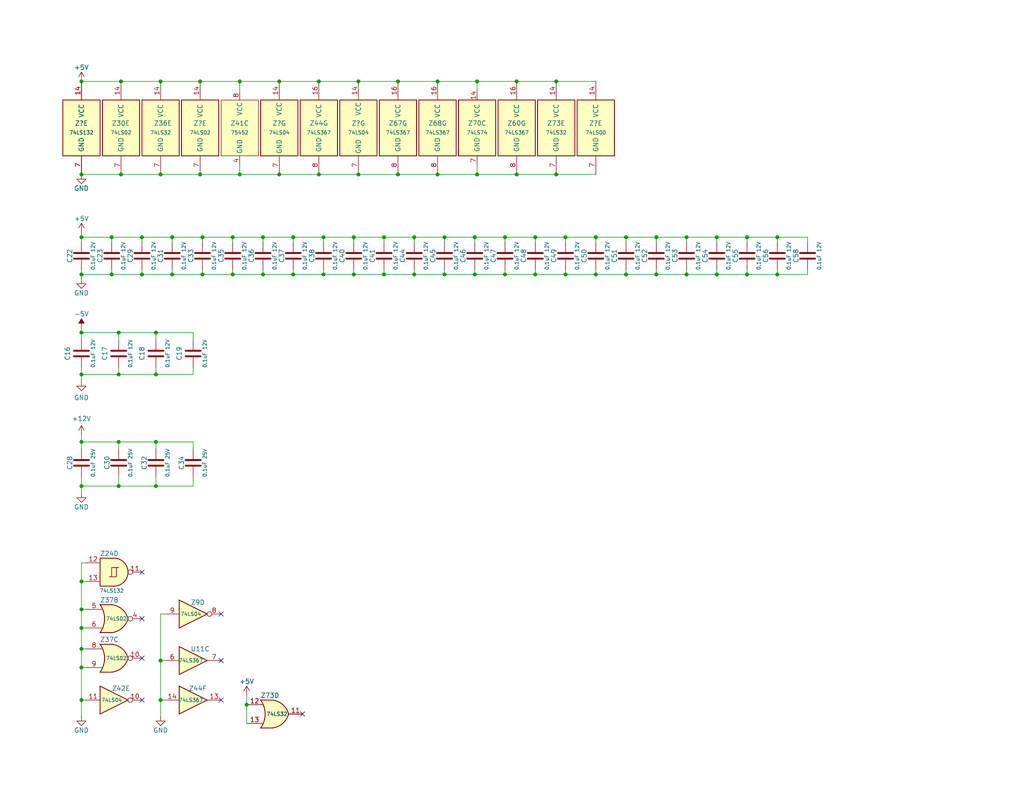
<source format=kicad_sch>
(kicad_sch (version 20230121) (generator eeschema)
  (paper "USLetter")
  (title_block (title "TRS-80 Model I G") (date "2023-10-24") (rev "E1B") (company "RetroStack - Marcel Erz") (comment 2 "Main Units, Capacitors, and unused units") (comment 4 "Capacitors & Others"))
  (lib_symbols
    (symbol "74xx:74LS00" (pin_names (offset 1.016))
      (property "Reference" "U" (at 0 1.27 0))
      (property "Value" "74LS00" (at 0 -1.27 0))
      (symbol "74LS00_1_1"
        (pin input line (at -7.62 2.54 0) (length 3.81) (name "~") (number "1"))
        (pin input line (at -7.62 -2.54 0) (length 3.81) (name "~") (number "2"))
        (pin output inverted (at 7.62 0 180) (length 3.81) (name "~") (number "3"))
      )
      (symbol "74LS00_1_2"
        (pin input inverted (at -7.62 2.54 0) (length 4.318) (name "~") (number "1"))
        (pin input inverted (at -7.62 -2.54 0) (length 4.318) (name "~") (number "2"))
        (pin output line (at 7.62 0 180) (length 3.81) (name "~") (number "3"))
      )
      (symbol "74LS00_2_1"
        (pin input line (at -7.62 2.54 0) (length 3.81) (name "~") (number "4"))
        (pin input line (at -7.62 -2.54 0) (length 3.81) (name "~") (number "5"))
        (pin output inverted (at 7.62 0 180) (length 3.81) (name "~") (number "6"))
      )
      (symbol "74LS00_2_2"
        (pin input inverted (at -7.62 2.54 0) (length 4.318) (name "~") (number "4"))
        (pin input inverted (at -7.62 -2.54 0) (length 4.318) (name "~") (number "5"))
        (pin output line (at 7.62 0 180) (length 3.81) (name "~") (number "6"))
      )
      (symbol "74LS00_3_1"
        (pin input line (at -7.62 -2.54 0) (length 3.81) (name "~") (number "10"))
        (pin output inverted (at 7.62 0 180) (length 3.81) (name "~") (number "8"))
        (pin input line (at -7.62 2.54 0) (length 3.81) (name "~") (number "9"))
      )
      (symbol "74LS00_3_2"
        (pin input inverted (at -7.62 -2.54 0) (length 4.318) (name "~") (number "10"))
        (pin output line (at 7.62 0 180) (length 3.81) (name "~") (number "8"))
        (pin input inverted (at -7.62 2.54 0) (length 4.318) (name "~") (number "9"))
      )
      (symbol "74LS00_4_1"
        (pin output inverted (at 7.62 0 180) (length 3.81) (name "~") (number "11"))
        (pin input line (at -7.62 2.54 0) (length 3.81) (name "~") (number "12"))
        (pin input line (at -7.62 -2.54 0) (length 3.81) (name "~") (number "13"))
      )
      (symbol "74LS00_4_2"
        (pin output line (at 7.62 0 180) (length 3.81) (name "~") (number "11"))
        (pin input inverted (at -7.62 2.54 0) (length 4.318) (name "~") (number "12"))
        (pin input inverted (at -7.62 -2.54 0) (length 4.318) (name "~") (number "13"))
      )
      (symbol "74LS00_5_0"
        (pin power_in line (at 0 12.7 270) (length 5.08) (name "VCC") (number "14"))
        (pin power_in line (at 0 -12.7 90) (length 5.08) (name "GND") (number "7"))
      )
    )
    (symbol "74xx:74LS02" (pin_names (offset 1.016))
      (property "Reference" "U" (at 0 1.27 0))
      (property "Value" "74LS02" (at 0 -1.27 0))
      (symbol "74LS02_1_1"
        (pin output inverted (at 7.62 0 180) (length 3.81) (name "~") (number "1"))
        (pin input line (at -7.62 2.54 0) (length 4.318) (name "~") (number "2"))
        (pin input line (at -7.62 -2.54 0) (length 4.318) (name "~") (number "3"))
      )
      (symbol "74LS02_1_2"
        (pin output line (at 7.62 0 180) (length 3.81) (name "~") (number "1"))
        (pin input inverted (at -7.62 2.54 0) (length 3.81) (name "~") (number "2"))
        (pin input inverted (at -7.62 -2.54 0) (length 3.81) (name "~") (number "3"))
      )
      (symbol "74LS02_2_1"
        (pin output inverted (at 7.62 0 180) (length 3.81) (name "~") (number "4"))
        (pin input line (at -7.62 2.54 0) (length 4.318) (name "~") (number "5"))
        (pin input line (at -7.62 -2.54 0) (length 4.318) (name "~") (number "6"))
      )
      (symbol "74LS02_2_2"
        (pin output line (at 7.62 0 180) (length 3.81) (name "~") (number "4"))
        (pin input inverted (at -7.62 2.54 0) (length 3.81) (name "~") (number "5"))
        (pin input inverted (at -7.62 -2.54 0) (length 3.81) (name "~") (number "6"))
      )
      (symbol "74LS02_3_1"
        (pin output inverted (at 7.62 0 180) (length 3.81) (name "~") (number "10"))
        (pin input line (at -7.62 2.54 0) (length 4.318) (name "~") (number "8"))
        (pin input line (at -7.62 -2.54 0) (length 4.318) (name "~") (number "9"))
      )
      (symbol "74LS02_3_2"
        (pin output line (at 7.62 0 180) (length 3.81) (name "~") (number "10"))
        (pin input inverted (at -7.62 2.54 0) (length 3.81) (name "~") (number "8"))
        (pin input inverted (at -7.62 -2.54 0) (length 3.81) (name "~") (number "9"))
      )
      (symbol "74LS02_4_1"
        (pin input line (at -7.62 2.54 0) (length 4.318) (name "~") (number "11"))
        (pin input line (at -7.62 -2.54 0) (length 4.318) (name "~") (number "12"))
        (pin output inverted (at 7.62 0 180) (length 3.81) (name "~") (number "13"))
      )
      (symbol "74LS02_4_2"
        (pin input inverted (at -7.62 2.54 0) (length 3.81) (name "~") (number "11"))
        (pin input inverted (at -7.62 -2.54 0) (length 3.81) (name "~") (number "12"))
        (pin output line (at 7.62 0 180) (length 3.81) (name "~") (number "13"))
      )
      (symbol "74LS02_5_0"
        (pin power_in line (at 0 12.7 270) (length 5.08) (name "VCC") (number "14"))
        (pin power_in line (at 0 -12.7 90) (length 5.08) (name "GND") (number "7"))
      )
    )
    (symbol "74xx:74LS04"
      (property "Reference" "U" (at 0 1.27 0))
      (property "Value" "74LS04" (at 0 -1.27 0))
      (symbol "74LS04_1_0"
        (pin input line (at -7.62 0 0) (length 3.81) (name "~") (number "1"))
        (pin output inverted (at 7.62 0 180) (length 3.81) (name "~") (number "2"))
      )
      (symbol "74LS04_2_0"
        (pin input line (at -7.62 0 0) (length 3.81) (name "~") (number "3"))
        (pin output inverted (at 7.62 0 180) (length 3.81) (name "~") (number "4"))
      )
      (symbol "74LS04_3_0"
        (pin input line (at -7.62 0 0) (length 3.81) (name "~") (number "5"))
        (pin output inverted (at 7.62 0 180) (length 3.81) (name "~") (number "6"))
      )
      (symbol "74LS04_4_0"
        (pin output inverted (at 7.62 0 180) (length 3.81) (name "~") (number "8"))
        (pin input line (at -7.62 0 0) (length 3.81) (name "~") (number "9"))
      )
      (symbol "74LS04_5_0"
        (pin output inverted (at 7.62 0 180) (length 3.81) (name "~") (number "10"))
        (pin input line (at -7.62 0 0) (length 3.81) (name "~") (number "11"))
      )
      (symbol "74LS04_6_0"
        (pin output inverted (at 7.62 0 180) (length 3.81) (name "~") (number "12"))
        (pin input line (at -7.62 0 0) (length 3.81) (name "~") (number "13"))
      )
      (symbol "74LS04_7_0"
        (pin power_in line (at 0 12.7 270) (length 5.08) (name "VCC") (number "14"))
        (pin power_in line (at 0 -12.7 90) (length 5.08) (name "GND") (number "7"))
      )
    )
    (symbol "74xx:74LS132" (pin_names (offset 1.016))
      (property "Reference" "U" (at 0 1.27 0))
      (property "Value" "74LS132" (at 0 -1.27 0))
      (symbol "74LS132_1_1"
        (pin input line (at -7.62 2.54 0) (length 3.81) (name "~") (number "1"))
        (pin input line (at -7.62 -2.54 0) (length 3.81) (name "~") (number "2"))
        (pin output inverted (at 7.62 0 180) (length 3.81) (name "~") (number "3"))
      )
      (symbol "74LS132_1_2"
        (pin input inverted (at -7.62 2.54 0) (length 4.318) (name "~") (number "1"))
        (pin input inverted (at -7.62 -2.54 0) (length 4.318) (name "~") (number "2"))
        (pin output line (at 7.62 0 180) (length 3.81) (name "~") (number "3"))
      )
      (symbol "74LS132_2_1"
        (pin input line (at -7.62 2.54 0) (length 3.81) (name "~") (number "4"))
        (pin input line (at -7.62 -2.54 0) (length 3.81) (name "~") (number "5"))
        (pin output inverted (at 7.62 0 180) (length 3.81) (name "~") (number "6"))
      )
      (symbol "74LS132_2_2"
        (pin input inverted (at -7.62 2.54 0) (length 4.318) (name "~") (number "4"))
        (pin input inverted (at -7.62 -2.54 0) (length 4.318) (name "~") (number "5"))
        (pin output line (at 7.62 0 180) (length 3.81) (name "~") (number "6"))
      )
      (symbol "74LS132_3_1"
        (pin input line (at -7.62 -2.54 0) (length 3.81) (name "~") (number "10"))
        (pin output inverted (at 7.62 0 180) (length 3.81) (name "~") (number "8"))
        (pin input line (at -7.62 2.54 0) (length 3.81) (name "~") (number "9"))
      )
      (symbol "74LS132_3_2"
        (pin input inverted (at -7.62 -2.54 0) (length 4.318) (name "~") (number "10"))
        (pin output line (at 7.62 0 180) (length 3.81) (name "~") (number "8"))
        (pin input inverted (at -7.62 2.54 0) (length 4.318) (name "~") (number "9"))
      )
      (symbol "74LS132_4_1"
        (pin output inverted (at 7.62 0 180) (length 3.81) (name "~") (number "11"))
        (pin input line (at -7.62 2.54 0) (length 3.81) (name "~") (number "12"))
        (pin input line (at -7.62 -2.54 0) (length 3.81) (name "~") (number "13"))
      )
      (symbol "74LS132_4_2"
        (pin output line (at 7.62 0 180) (length 3.81) (name "~") (number "11"))
        (pin input inverted (at -7.62 2.54 0) (length 4.318) (name "~") (number "12"))
        (pin input inverted (at -7.62 -2.54 0) (length 4.318) (name "~") (number "13"))
      )
      (symbol "74LS132_5_0"
        (pin power_in line (at 0 12.7 270) (length 5.08) (name "VCC") (number "14"))
        (pin power_in line (at 0 -12.7 90) (length 5.08) (name "GND") (number "7"))
      )
    )
    (symbol "74xx:74LS32" (pin_names (offset 1.016))
      (property "Reference" "U" (at 0 1.27 0))
      (property "Value" "74LS32" (at 0 -1.27 0))
      (symbol "74LS32_1_1"
        (pin input line (at -7.62 2.54 0) (length 4.318) (name "~") (number "1"))
        (pin input line (at -7.62 -2.54 0) (length 4.318) (name "~") (number "2"))
        (pin output line (at 7.62 0 180) (length 3.81) (name "~") (number "3"))
      )
      (symbol "74LS32_1_2"
        (pin input inverted (at -7.62 2.54 0) (length 3.81) (name "~") (number "1"))
        (pin input inverted (at -7.62 -2.54 0) (length 3.81) (name "~") (number "2"))
        (pin output inverted (at 7.62 0 180) (length 3.81) (name "~") (number "3"))
      )
      (symbol "74LS32_2_1"
        (pin input line (at -7.62 2.54 0) (length 4.318) (name "~") (number "4"))
        (pin input line (at -7.62 -2.54 0) (length 4.318) (name "~") (number "5"))
        (pin output line (at 7.62 0 180) (length 3.81) (name "~") (number "6"))
      )
      (symbol "74LS32_2_2"
        (pin input inverted (at -7.62 2.54 0) (length 3.81) (name "~") (number "4"))
        (pin input inverted (at -7.62 -2.54 0) (length 3.81) (name "~") (number "5"))
        (pin output inverted (at 7.62 0 180) (length 3.81) (name "~") (number "6"))
      )
      (symbol "74LS32_3_1"
        (pin input line (at -7.62 -2.54 0) (length 4.318) (name "~") (number "10"))
        (pin output line (at 7.62 0 180) (length 3.81) (name "~") (number "8"))
        (pin input line (at -7.62 2.54 0) (length 4.318) (name "~") (number "9"))
      )
      (symbol "74LS32_3_2"
        (pin input inverted (at -7.62 -2.54 0) (length 3.81) (name "~") (number "10"))
        (pin output inverted (at 7.62 0 180) (length 3.81) (name "~") (number "8"))
        (pin input inverted (at -7.62 2.54 0) (length 3.81) (name "~") (number "9"))
      )
      (symbol "74LS32_4_1"
        (pin output line (at 7.62 0 180) (length 3.81) (name "~") (number "11"))
        (pin input line (at -7.62 2.54 0) (length 4.318) (name "~") (number "12"))
        (pin input line (at -7.62 -2.54 0) (length 4.318) (name "~") (number "13"))
      )
      (symbol "74LS32_4_2"
        (pin output inverted (at 7.62 0 180) (length 3.81) (name "~") (number "11"))
        (pin input inverted (at -7.62 2.54 0) (length 3.81) (name "~") (number "12"))
        (pin input inverted (at -7.62 -2.54 0) (length 3.81) (name "~") (number "13"))
      )
      (symbol "74LS32_5_0"
        (pin power_in line (at 0 12.7 270) (length 5.08) (name "VCC") (number "14"))
        (pin power_in line (at 0 -12.7 90) (length 5.08) (name "GND") (number "7"))
      )
    )
    (symbol "74xx:74LS74" (pin_names (offset 1.016))
      (property "Reference" "U" (at -7.62 8.89 0))
      (property "Value" "74LS74" (at -7.62 -8.89 0))
      (symbol "74LS74_1_0"
        (pin input line (at 0 -7.62 90) (length 2.54) (name "~{R}") (number "1"))
        (pin input line (at -7.62 2.54 0) (length 2.54) (name "D") (number "2"))
        (pin input clock (at -7.62 0 0) (length 2.54) (name "C") (number "3"))
        (pin input line (at 0 7.62 270) (length 2.54) (name "~{S}") (number "4"))
        (pin output line (at 7.62 2.54 180) (length 2.54) (name "Q") (number "5"))
        (pin output line (at 7.62 -2.54 180) (length 2.54) (name "~{Q}") (number "6"))
      )
      (symbol "74LS74_2_0"
        (pin input line (at 0 7.62 270) (length 2.54) (name "~{S}") (number "10"))
        (pin input clock (at -7.62 0 0) (length 2.54) (name "C") (number "11"))
        (pin input line (at -7.62 2.54 0) (length 2.54) (name "D") (number "12"))
        (pin input line (at 0 -7.62 90) (length 2.54) (name "~{R}") (number "13"))
        (pin output line (at 7.62 -2.54 180) (length 2.54) (name "~{Q}") (number "8"))
        (pin output line (at 7.62 2.54 180) (length 2.54) (name "Q") (number "9"))
      )
      (symbol "74LS74_3_0"
        (pin power_in line (at 0 10.16 270) (length 2.54) (name "VCC") (number "14"))
        (pin power_in line (at 0 -10.16 90) (length 2.54) (name "GND") (number "7"))
      )
    )
    (symbol "Device:C" (pin_numbers hide) (pin_names (offset 0.254))
      (property "Reference" "C" (at 0.635 2.54 0))
      (property "Value" "C" (at 0.635 -2.54 0))
      (symbol "C_1_1"
        (pin passive line (at 0 3.81 270) (length 2.794) (name "~") (number "1"))
        (pin passive line (at 0 -3.81 90) (length 2.794) (name "~") (number "2"))
      )
    )
    (symbol "RetroStackLibrary:74LS367_Split" (pin_names (offset 1.016))
      (property "Reference" "U" (at 0 1.27 0))
      (property "Value" "74LS367" (at 0 -1.27 0))
      (symbol "74LS367_Split_1_0"
        (pin input inverted (at 0 6.35 270) (length 4.445) (name "~") (number "1"))
        (pin input line (at -7.62 0 0) (length 3.81) (name "~") (number "2"))
        (pin tri_state line (at 7.62 0 180) (length 3.81) (name "~") (number "3"))
      )
      (symbol "74LS367_Split_2_0"
        (pin input line (at -7.62 0 0) (length 3.81) (name "~") (number "4"))
        (pin tri_state line (at 7.62 0 180) (length 3.81) (name "~") (number "5"))
      )
      (symbol "74LS367_Split_3_0"
        (pin input line (at -7.62 0 0) (length 3.81) (name "~") (number "6"))
        (pin tri_state line (at 7.62 0 180) (length 3.81) (name "~") (number "7"))
      )
      (symbol "74LS367_Split_4_0"
        (pin input line (at -7.62 0 0) (length 3.81) (name "~") (number "10"))
        (pin tri_state line (at 7.62 0 180) (length 3.81) (name "~") (number "9"))
      )
      (symbol "74LS367_Split_5_0"
        (pin tri_state line (at 8.255 -6.35 180) (length 3.81) (name "~") (number "11"))
        (pin input line (at -6.985 -6.35 0) (length 3.81) (name "~") (number "12"))
        (pin input inverted (at 0.635 0 270) (length 4.445) (name "~") (number "15"))
      )
      (symbol "74LS367_Split_6_0"
        (pin tri_state line (at 7.62 0 180) (length 3.81) (name "~") (number "13"))
        (pin input line (at -7.62 0 0) (length 3.81) (name "~") (number "14"))
      )
      (symbol "74LS367_Split_7_0"
        (pin power_in line (at 0 1.905 270) (length 5.08) (name "VCC") (number "16"))
        (pin power_in line (at 0 -23.495 90) (length 5.08) (name "GND") (number "8"))
      )
    )
    (symbol "RetroStackLibrary:75452"
      (property "Reference" "U" (at 0 0 0))
      (property "Value" "75452" (at 0 -2.54 0))
      (symbol "75452_1_1"
        (pin input line (at -9.525 -5.08 0) (length 2.54) (name "1A") (number "1"))
        (pin input line (at -9.525 -7.62 0) (length 2.54) (name "1B") (number "2"))
        (pin passive line (at 5.08 1.27 270) (length 2.54) (name "1Y") (number "3"))
      )
      (symbol "75452_2_1"
        (pin passive line (at 5.08 1.27 270) (length 2.54) (name "2Y") (number "5"))
        (pin input line (at -9.525 -5.08 0) (length 2.54) (name "2A") (number "6"))
        (pin input line (at -9.525 -7.62 0) (length 2.54) (name "2B") (number "7"))
      )
      (symbol "75452_3_1"
        (pin passive line (at -1.905 -19.05 90) (length 2.54) (name "GND") (number "4"))
        (pin passive line (at -1.905 1.27 270) (length 2.54) (name "VCC") (number "8"))
      )
    )
    (symbol "power:+12V" (power) (pin_names (offset 0))
      (property "Value" "+12V" (at 0 3.556 0))
      (symbol "+12V_1_1"
        (pin power_in line (at 0 0 90) (length 0) hide (name "+12V") (number "1"))
      )
    )
    (symbol "power:+5V" (power) (pin_names (offset 0))
      (property "Value" "+5V" (at 0 3.556 0))
      (symbol "+5V_1_1"
        (pin power_in line (at 0 0 90) (length 0) hide (name "+5V") (number "1"))
      )
    )
    (symbol "power:-5V" (power) (pin_names (offset 0))
      (property "Value" "-5V" (at 0 3.81 0))
      (symbol "-5V_0_0"
        (pin power_in line (at 0 0 90) (length 0) hide (name "-5V") (number "1"))
      )
    )
    (symbol "power:GND" (power) (pin_names (offset 0))
      (property "Value" "GND" (at 0 -3.81 0))
      (symbol "GND_1_1"
        (pin power_in line (at 0 0 270) (length 0) hide (name "GND") (number "1"))
      )
    )
  )
  (junction (at 212.09 74.93))
  (junction (at 113.03 64.77))
  (junction (at 151.765 22.225))
  (junction (at 63.5 74.93))
  (junction (at 137.795 74.93))
  (junction (at 43.815 22.225))
  (junction (at 179.07 74.93))
  (junction (at 140.97 47.625))
  (junction (at 212.09 64.77))
  (junction (at 63.5 64.77))
  (junction (at 42.545 132.715))
  (junction (at 179.07 64.77))
  (junction (at 46.99 64.77))
  (junction (at 88.265 74.93))
  (junction (at 113.03 74.93))
  (junction (at 129.54 74.93))
  (junction (at 30.48 74.93))
  (junction (at 71.755 64.77))
  (junction (at 22.225 182.245))
  (junction (at 108.585 22.225))
  (junction (at 96.52 74.93))
  (junction (at 146.05 64.77))
  (junction (at 22.225 102.235))
  (junction (at 43.815 180.34))
  (junction (at 108.585 47.625))
  (junction (at 170.815 64.77))
  (junction (at 170.815 74.93))
  (junction (at 43.815 47.625))
  (junction (at 54.61 47.625))
  (junction (at 154.305 74.93))
  (junction (at 195.58 64.77))
  (junction (at 162.56 74.93))
  (junction (at 22.225 171.45))
  (junction (at 86.995 22.225))
  (junction (at 96.52 64.77))
  (junction (at 162.56 64.77))
  (junction (at 22.225 120.65))
  (junction (at 42.545 102.235))
  (junction (at 32.385 90.805))
  (junction (at 151.765 47.625))
  (junction (at 42.545 120.65))
  (junction (at 104.775 74.93))
  (junction (at 76.2 47.625))
  (junction (at 30.48 64.77))
  (junction (at 43.815 191.135))
  (junction (at 46.99 74.93))
  (junction (at 129.54 64.77))
  (junction (at 22.225 177.165))
  (junction (at 97.79 47.625))
  (junction (at 65.405 47.625))
  (junction (at 121.285 64.77))
  (junction (at 32.385 132.715))
  (junction (at 22.225 166.37))
  (junction (at 97.79 22.225))
  (junction (at 130.175 22.225))
  (junction (at 154.305 64.77))
  (junction (at 54.61 22.225))
  (junction (at 22.225 74.93))
  (junction (at 33.02 22.225))
  (junction (at 65.405 22.225))
  (junction (at 67.31 192.405))
  (junction (at 38.735 64.77))
  (junction (at 38.735 74.93))
  (junction (at 121.285 74.93))
  (junction (at 187.325 74.93))
  (junction (at 22.225 132.715))
  (junction (at 203.835 74.93))
  (junction (at 55.245 74.93))
  (junction (at 119.38 47.625))
  (junction (at 195.58 74.93))
  (junction (at 33.02 47.625))
  (junction (at 130.175 47.625))
  (junction (at 32.385 102.235))
  (junction (at 42.545 90.805))
  (junction (at 187.325 64.77))
  (junction (at 146.05 74.93))
  (junction (at 76.2 22.225))
  (junction (at 104.775 64.77))
  (junction (at 119.38 22.225))
  (junction (at 22.225 90.805))
  (junction (at 22.225 64.77))
  (junction (at 203.835 64.77))
  (junction (at 71.755 74.93))
  (junction (at 32.385 120.65))
  (junction (at 137.795 64.77))
  (junction (at 22.225 158.75))
  (junction (at 22.225 22.225))
  (junction (at 140.97 22.225))
  (junction (at 80.01 74.93))
  (junction (at 22.225 47.625))
  (junction (at 86.995 47.625))
  (junction (at 88.265 64.77))
  (junction (at 80.01 64.77))
  (junction (at 22.225 191.135))
  (junction (at 55.245 64.77))
  (no_connect (at 38.735 191.135))
  (no_connect (at 38.735 156.21))
  (no_connect (at 60.325 180.34))
  (no_connect (at 82.55 194.945))
  (no_connect (at 60.325 167.64))
  (no_connect (at 38.735 179.705))
  (no_connect (at 60.325 191.135))
  (no_connect (at 38.735 168.91))
  (wire (pts (xy 154.305 74.93) (xy 162.56 74.93)))
  (wire (pts (xy 154.305 64.77) (xy 154.305 66.04)))
  (wire (pts (xy 32.385 92.71) (xy 32.385 90.805)))
  (wire (pts (xy 119.38 47.625) (xy 130.175 47.625)))
  (wire (pts (xy 137.795 74.93) (xy 137.795 73.66)))
  (wire (pts (xy 22.225 76.2) (xy 22.225 74.93)))
  (wire (pts (xy 130.175 24.765) (xy 130.175 22.225)))
  (wire (pts (xy 67.31 189.865) (xy 67.31 192.405)))
  (wire (pts (xy 22.225 120.65) (xy 22.225 122.555)))
  (wire (pts (xy 43.815 180.34) (xy 45.085 180.34)))
  (wire (pts (xy 179.07 74.93) (xy 187.325 74.93)))
  (wire (pts (xy 71.755 74.93) (xy 80.01 74.93)))
  (wire (pts (xy 30.48 74.93) (xy 30.48 73.66)))
  (wire (pts (xy 55.245 64.77) (xy 63.5 64.77)))
  (wire (pts (xy 67.31 192.405) (xy 67.31 197.485)))
  (wire (pts (xy 65.405 22.225) (xy 54.61 22.225)))
  (wire (pts (xy 88.265 64.77) (xy 96.52 64.77)))
  (wire (pts (xy 86.995 47.625) (xy 97.79 47.625)))
  (wire (pts (xy 195.58 74.93) (xy 195.58 73.66)))
  (wire (pts (xy 43.815 47.625) (xy 54.61 47.625)))
  (wire (pts (xy 203.835 64.77) (xy 203.835 66.04)))
  (wire (pts (xy 104.775 74.93) (xy 104.775 73.66)))
  (wire (pts (xy 113.03 64.77) (xy 121.285 64.77)))
  (wire (pts (xy 55.245 74.93) (xy 55.245 73.66)))
  (wire (pts (xy 96.52 64.77) (xy 104.775 64.77)))
  (wire (pts (xy 151.765 22.225) (xy 162.56 22.225)))
  (wire (pts (xy 220.345 74.93) (xy 212.09 74.93)))
  (wire (pts (xy 42.545 120.65) (xy 42.545 122.555)))
  (wire (pts (xy 195.58 64.77) (xy 203.835 64.77)))
  (wire (pts (xy 146.05 74.93) (xy 146.05 73.66)))
  (wire (pts (xy 137.795 74.93) (xy 146.05 74.93)))
  (wire (pts (xy 38.735 74.93) (xy 46.99 74.93)))
  (wire (pts (xy 76.2 22.225) (xy 86.995 22.225)))
  (wire (pts (xy 22.225 118.745) (xy 22.225 120.65)))
  (wire (pts (xy 146.05 64.77) (xy 146.05 66.04)))
  (wire (pts (xy 32.385 120.65) (xy 22.225 120.65)))
  (wire (pts (xy 80.01 64.77) (xy 88.265 64.77)))
  (wire (pts (xy 46.99 64.77) (xy 46.99 66.04)))
  (wire (pts (xy 30.48 74.93) (xy 38.735 74.93)))
  (wire (pts (xy 113.03 64.77) (xy 113.03 66.04)))
  (wire (pts (xy 52.705 130.175) (xy 52.705 132.715)))
  (wire (pts (xy 43.815 22.225) (xy 54.61 22.225)))
  (wire (pts (xy 38.735 74.93) (xy 38.735 73.66)))
  (wire (pts (xy 42.545 100.33) (xy 42.545 102.235)))
  (wire (pts (xy 43.815 191.135) (xy 45.085 191.135)))
  (wire (pts (xy 119.38 22.225) (xy 130.175 22.225)))
  (wire (pts (xy 65.405 24.765) (xy 65.405 22.225)))
  (wire (pts (xy 170.815 74.93) (xy 170.815 73.66)))
  (wire (pts (xy 113.03 74.93) (xy 121.285 74.93)))
  (wire (pts (xy 32.385 130.175) (xy 32.385 132.715)))
  (wire (pts (xy 33.02 47.625) (xy 43.815 47.625)))
  (wire (pts (xy 179.07 64.77) (xy 187.325 64.77)))
  (wire (pts (xy 220.345 73.66) (xy 220.345 74.93)))
  (wire (pts (xy 108.585 47.625) (xy 119.38 47.625)))
  (wire (pts (xy 32.385 102.235) (xy 22.225 102.235)))
  (wire (pts (xy 65.405 22.225) (xy 76.2 22.225)))
  (wire (pts (xy 42.545 92.71) (xy 42.545 90.805)))
  (wire (pts (xy 22.225 158.75) (xy 23.495 158.75)))
  (wire (pts (xy 23.495 191.135) (xy 22.225 191.135)))
  (wire (pts (xy 63.5 74.93) (xy 63.5 73.66)))
  (wire (pts (xy 203.835 64.77) (xy 212.09 64.77)))
  (wire (pts (xy 137.795 64.77) (xy 146.05 64.77)))
  (wire (pts (xy 42.545 102.235) (xy 32.385 102.235)))
  (wire (pts (xy 23.495 153.67) (xy 22.225 153.67)))
  (wire (pts (xy 121.285 74.93) (xy 129.54 74.93)))
  (wire (pts (xy 121.285 64.77) (xy 121.285 66.04)))
  (wire (pts (xy 33.02 22.225) (xy 43.815 22.225)))
  (wire (pts (xy 146.05 74.93) (xy 154.305 74.93)))
  (wire (pts (xy 52.705 132.715) (xy 42.545 132.715)))
  (wire (pts (xy 203.835 74.93) (xy 203.835 73.66)))
  (wire (pts (xy 88.265 74.93) (xy 96.52 74.93)))
  (wire (pts (xy 22.225 177.165) (xy 23.495 177.165)))
  (wire (pts (xy 63.5 64.77) (xy 71.755 64.77)))
  (wire (pts (xy 52.705 92.71) (xy 52.705 90.805)))
  (wire (pts (xy 97.79 47.625) (xy 108.585 47.625)))
  (wire (pts (xy 80.01 74.93) (xy 88.265 74.93)))
  (wire (pts (xy 140.97 22.225) (xy 151.765 22.225)))
  (wire (pts (xy 195.58 74.93) (xy 203.835 74.93)))
  (wire (pts (xy 46.99 74.93) (xy 46.99 73.66)))
  (wire (pts (xy 121.285 74.93) (xy 121.285 73.66)))
  (wire (pts (xy 71.755 74.93) (xy 71.755 73.66)))
  (wire (pts (xy 130.175 22.225) (xy 140.97 22.225)))
  (wire (pts (xy 22.225 63.5) (xy 22.225 64.77)))
  (wire (pts (xy 170.815 64.77) (xy 170.815 66.04)))
  (wire (pts (xy 80.01 64.77) (xy 80.01 66.04)))
  (wire (pts (xy 22.225 191.135) (xy 22.225 195.58)))
  (wire (pts (xy 212.09 64.77) (xy 212.09 66.04)))
  (wire (pts (xy 146.05 64.77) (xy 154.305 64.77)))
  (wire (pts (xy 220.345 64.77) (xy 212.09 64.77)))
  (wire (pts (xy 187.325 74.93) (xy 195.58 74.93)))
  (wire (pts (xy 22.225 90.805) (xy 22.225 92.71)))
  (wire (pts (xy 42.545 132.715) (xy 32.385 132.715)))
  (wire (pts (xy 195.58 64.77) (xy 195.58 66.04)))
  (wire (pts (xy 104.775 74.93) (xy 113.03 74.93)))
  (wire (pts (xy 86.995 22.225) (xy 97.79 22.225)))
  (wire (pts (xy 22.225 64.77) (xy 30.48 64.77)))
  (wire (pts (xy 76.2 47.625) (xy 86.995 47.625)))
  (wire (pts (xy 162.56 74.93) (xy 170.815 74.93)))
  (wire (pts (xy 179.07 64.77) (xy 179.07 66.04)))
  (wire (pts (xy 151.765 47.625) (xy 162.56 47.625)))
  (wire (pts (xy 187.325 74.93) (xy 187.325 73.66)))
  (wire (pts (xy 71.755 64.77) (xy 80.01 64.77)))
  (wire (pts (xy 43.815 167.64) (xy 43.815 180.34)))
  (wire (pts (xy 32.385 132.715) (xy 22.225 132.715)))
  (wire (pts (xy 22.225 177.165) (xy 22.225 182.245)))
  (wire (pts (xy 22.225 22.225) (xy 33.02 22.225)))
  (wire (pts (xy 203.835 74.93) (xy 212.09 74.93)))
  (wire (pts (xy 22.225 64.77) (xy 22.225 66.04)))
  (wire (pts (xy 129.54 64.77) (xy 129.54 66.04)))
  (wire (pts (xy 42.545 90.805) (xy 32.385 90.805)))
  (wire (pts (xy 65.405 45.085) (xy 65.405 47.625)))
  (wire (pts (xy 129.54 74.93) (xy 137.795 74.93)))
  (wire (pts (xy 22.225 74.93) (xy 22.225 73.66)))
  (wire (pts (xy 43.815 180.34) (xy 43.815 191.135)))
  (wire (pts (xy 22.225 102.235) (xy 22.225 104.14)))
  (wire (pts (xy 121.285 64.77) (xy 129.54 64.77)))
  (wire (pts (xy 22.225 182.245) (xy 23.495 182.245)))
  (wire (pts (xy 43.815 191.135) (xy 43.815 195.58)))
  (wire (pts (xy 46.99 74.93) (xy 55.245 74.93)))
  (wire (pts (xy 22.225 153.67) (xy 22.225 158.75)))
  (wire (pts (xy 108.585 22.225) (xy 119.38 22.225)))
  (wire (pts (xy 32.385 90.805) (xy 22.225 90.805)))
  (wire (pts (xy 96.52 64.77) (xy 96.52 66.04)))
  (wire (pts (xy 63.5 74.93) (xy 71.755 74.93)))
  (wire (pts (xy 32.385 120.65) (xy 32.385 122.555)))
  (wire (pts (xy 22.225 166.37) (xy 22.225 171.45)))
  (wire (pts (xy 45.085 167.64) (xy 43.815 167.64)))
  (wire (pts (xy 162.56 64.77) (xy 170.815 64.77)))
  (wire (pts (xy 129.54 64.77) (xy 137.795 64.77)))
  (wire (pts (xy 104.775 64.77) (xy 104.775 66.04)))
  (wire (pts (xy 170.815 74.93) (xy 179.07 74.93)))
  (wire (pts (xy 52.705 120.65) (xy 42.545 120.65)))
  (wire (pts (xy 52.705 122.555) (xy 52.705 120.65)))
  (wire (pts (xy 170.815 64.77) (xy 179.07 64.77)))
  (wire (pts (xy 22.225 74.93) (xy 30.48 74.93)))
  (wire (pts (xy 38.735 64.77) (xy 46.99 64.77)))
  (wire (pts (xy 22.225 89.535) (xy 22.225 90.805)))
  (wire (pts (xy 154.305 64.77) (xy 162.56 64.77)))
  (wire (pts (xy 42.545 120.65) (xy 32.385 120.65)))
  (wire (pts (xy 65.405 47.625) (xy 76.2 47.625)))
  (wire (pts (xy 96.52 74.93) (xy 96.52 73.66)))
  (wire (pts (xy 30.48 64.77) (xy 38.735 64.77)))
  (wire (pts (xy 30.48 64.77) (xy 30.48 66.04)))
  (wire (pts (xy 71.755 64.77) (xy 71.755 66.04)))
  (wire (pts (xy 154.305 74.93) (xy 154.305 73.66)))
  (wire (pts (xy 96.52 74.93) (xy 104.775 74.93)))
  (wire (pts (xy 162.56 64.77) (xy 162.56 66.04)))
  (wire (pts (xy 88.265 74.93) (xy 88.265 73.66)))
  (wire (pts (xy 42.545 130.175) (xy 42.545 132.715)))
  (wire (pts (xy 140.97 47.625) (xy 151.765 47.625)))
  (wire (pts (xy 22.225 166.37) (xy 23.495 166.37)))
  (wire (pts (xy 22.225 100.33) (xy 22.225 102.235)))
  (wire (pts (xy 179.07 74.93) (xy 179.07 73.66)))
  (wire (pts (xy 104.775 64.77) (xy 113.03 64.77)))
  (wire (pts (xy 22.225 132.715) (xy 22.225 134.62)))
  (wire (pts (xy 52.705 102.235) (xy 42.545 102.235)))
  (wire (pts (xy 220.345 66.04) (xy 220.345 64.77)))
  (wire (pts (xy 187.325 64.77) (xy 195.58 64.77)))
  (wire (pts (xy 130.175 45.085) (xy 130.175 47.625)))
  (wire (pts (xy 22.225 47.625) (xy 33.02 47.625)))
  (wire (pts (xy 55.245 74.93) (xy 63.5 74.93)))
  (wire (pts (xy 38.735 64.77) (xy 38.735 66.04)))
  (wire (pts (xy 22.225 158.75) (xy 22.225 166.37)))
  (wire (pts (xy 22.225 171.45) (xy 22.225 177.165)))
  (wire (pts (xy 55.245 64.77) (xy 55.245 66.04)))
  (wire (pts (xy 22.225 130.175) (xy 22.225 132.715)))
  (wire (pts (xy 88.265 64.77) (xy 88.265 66.04)))
  (wire (pts (xy 46.99 64.77) (xy 55.245 64.77)))
  (wire (pts (xy 162.56 74.93) (xy 162.56 73.66)))
  (wire (pts (xy 130.175 47.625) (xy 140.97 47.625)))
  (wire (pts (xy 137.795 64.77) (xy 137.795 66.04)))
  (wire (pts (xy 63.5 64.77) (xy 63.5 66.04)))
  (wire (pts (xy 129.54 74.93) (xy 129.54 73.66)))
  (wire (pts (xy 212.09 74.93) (xy 212.09 73.66)))
  (wire (pts (xy 52.705 100.33) (xy 52.705 102.235)))
  (wire (pts (xy 113.03 74.93) (xy 113.03 73.66)))
  (wire (pts (xy 22.225 182.245) (xy 22.225 191.135)))
  (wire (pts (xy 97.79 22.225) (xy 108.585 22.225)))
  (wire (pts (xy 187.325 64.77) (xy 187.325 66.04)))
  (wire (pts (xy 52.705 90.805) (xy 42.545 90.805)))
  (wire (pts (xy 65.405 47.625) (xy 54.61 47.625)))
  (wire (pts (xy 22.225 171.45) (xy 23.495 171.45)))
  (wire (pts (xy 80.01 74.93) (xy 80.01 73.66)))
  (wire (pts (xy 32.385 100.33) (xy 32.385 102.235)))
  (symbol (lib_id "Device:C") (at 104.775 69.85 0) (unit 1)
    (property "Reference" "C41" (at 101.6 69.85 90))
    (property "Value" "0.1uF 12V" (at 107.95 69.85 90) (effects (font (size 1 1))))
    (property "Footprint" "RetroStackLibrary:TRS80_Model_I_C_Disc_9.5L_4W_6P_Small" (effects hide))
  )
  (symbol (lib_id "74xx:74LS04") (at 52.705 167.64 0) (unit 4)
    (property "Reference" "Z9" (at 53.975 164.465 0))
    (property "Value" "74LS04" (at 52.07 167.64 0) (effects (font (size 1 1))))
    (property "Footprint" "RetroStackLibrary:TRS80_Model_I_DIP14" (effects hide))
    (property "Datasheet" "http://www.ti.com/lit/gpn/sn74LS04" (effects hide))
    (instances (project "Replica" (path "" (reference "Z9") (unit 4))) (project "TRS80_Model_I_G_E1" (path "" (reference "Z15") (unit 4)) (path "" (reference "Z52") (unit 4))))
  )
  (symbol (lib_id "74xx:74LS02") (at 54.61 34.925 0) (unit 5)
    (property "Reference" "Z?" (at 54.61 33.655 0))
    (property "Value" "74LS02" (at 54.61 36.195 0) (effects (font (size 1 1))))
    (property "Footprint" "RetroStackLibrary:TRS80_Model_I_DIP14" (effects hide))
    (property "Datasheet" "http://www.ti.com/lit/gpn/sn74ls02" (effects hide))
    (instances (project "TRS80_Model_I_G_E1" (path "" (reference "Z?") (unit 5)) (path "" (reference "Z37") (unit 5))))
  )
  (symbol (lib_id "74xx:74LS04") (at 97.79 34.925 0) (unit 7)
    (property "Reference" "Z?" (at 97.79 33.655 0))
    (property "Value" "74LS04" (at 97.79 36.195 0) (effects (font (size 1 1))))
    (property "Footprint" "RetroStackLibrary:TRS80_Model_I_DIP14" (effects hide))
    (property "Datasheet" "http://www.ti.com/lit/gpn/sn74LS04" (effects hide))
    (instances (project "TRS80_Model_I_G_E1" (path "" (reference "Z?") (unit 7)) (path "" (reference "Z52") (unit 7))))
  )
  (symbol (lib_id "74xx:74LS00") (at 162.56 34.925 0) (unit 5)
    (property "Reference" "Z?" (at 162.56 33.655 0))
    (property "Value" "74LS00" (at 162.56 36.195 0) (effects (font (size 1 1))))
    (property "Footprint" "RetroStackLibrary:TRS80_Model_I_DIP14" (effects hide))
    (property "Datasheet" "http://www.ti.com/lit/gpn/sn74ls00" (effects hide))
    (instances (project "TRS80_Model_I_G_E1" (path "" (reference "Z?") (unit 5)) (path "" (reference "Z74") (unit 5))))
  )
  (symbol (lib_id "74xx:74LS04") (at 31.115 191.135 0) (unit 5)
    (property "Reference" "Z42" (at 33.02 187.96 0))
    (property "Value" "74LS04" (at 30.48 191.135 0) (effects (font (size 1 1))))
    (property "Footprint" "RetroStackLibrary:TRS80_Model_I_DIP14" (effects hide))
    (property "Datasheet" "http://www.ti.com/lit/gpn/sn74LS04" (effects hide))
    (instances (project "Replica" (path "" (reference "Z42") (unit 5))) (project "TRS80_Model_I_G_E1" (path "" (reference "Z3") (unit 5)) (path "" (reference "Z42") (unit 5))))
  )
  (symbol (lib_id "74xx:74LS02") (at 33.02 34.925 0) (unit 5)
    (property "Reference" "Z30" (at 30.48 33.655 0) (effects (justify left)))
    (property "Value" "74LS02" (at 33.02 36.195 0) (effects (font (size 1 1))))
    (property "Footprint" "RetroStackLibrary:TRS80_Model_I_DIP14" (effects hide))
    (property "Datasheet" "http://www.ti.com/lit/gpn/sn74ls02" (effects hide))
    (instances (project "Replica" (path "" (reference "Z30") (unit 5))) (project "TRS80_Model_I_G_E1" (path "" (reference "Z?") (unit 5)) (path "" (reference "Z30") (unit 5)) (path "" (reference "Z30") (unit 5)) (path "" (reference "Z30") (unit 5))))
  )
  (symbol (lib_id "Device:C") (at 187.325 69.85 0) (unit 1)
    (property "Reference" "C53" (at 184.15 69.85 90))
    (property "Value" "0.1uF 12V" (at 190.5 69.85 90) (effects (font (size 1 1))))
    (property "Footprint" "RetroStackLibrary:TRS80_Model_I_C_Disc_9.5L_4W_6P_Small" (effects hide))
  )
  (symbol (lib_id "Device:C") (at 52.705 96.52 0) (unit 1)
    (property "Reference" "C19" (at 48.895 96.52 90))
    (property "Value" "0.1uF 12V" (at 55.88 96.52 90) (effects (font (size 1 1))))
    (property "Footprint" "RetroStackLibrary:TRS80_Model_I_C_Disc_9.5L_4W_6P_Small" (effects hide))
  )
  (symbol (lib_id "Device:C") (at 220.345 69.85 0) (unit 1)
    (property "Reference" "C58" (at 217.17 69.85 90))
    (property "Value" "0.1uF 12V" (at 223.52 69.85 90) (effects (font (size 1 1))))
    (property "Footprint" "RetroStackLibrary:TRS80_Model_I_C_Disc_9.5L_4W_6P_Small" (effects hide))
  )
  (symbol (lib_id "power:GND") (at 22.225 47.625 0) (unit 1)
    (property "Reference" "#PWR014" (effects hide))
    (property "Value" "GND" (at 22.225 51.435 0))
    (instances (project "TRS80_Model_I_G_E1" (path "" (reference "#PWR014") (unit 1)) (path "" (reference "#PWR038") (unit 1))))
  )
  (symbol (lib_id "RetroStackLibrary:74LS367_Split") (at 119.38 24.13 0) (unit 7)
    (property "Reference" "Z68" (at 119.38 33.655 0))
    (property "Value" "74LS367" (at 119.38 36.195 0) (effects (font (size 1 1))))
    (property "Footprint" "RetroStackLibrary:TRS80_Model_I_DIP16" (effects hide))
    (property "Datasheet" "https://www.ti.com/lit/ds/symlink/sn74ls367a.pdf" (effects hide))
  )
  (symbol (lib_id "RetroStackLibrary:74LS367_Split") (at 108.585 24.13 0) (unit 7)
    (property "Reference" "Z67" (at 108.585 33.655 0))
    (property "Value" "74LS367" (at 108.585 36.195 0) (effects (font (size 1 1))))
    (property "Footprint" "RetroStackLibrary:TRS80_Model_I_DIP16" (effects hide))
    (property "Datasheet" "https://www.ti.com/lit/ds/symlink/sn74ls367a.pdf" (effects hide))
  )
  (symbol (lib_id "74xx:74LS132") (at 22.225 34.925 0) (unit 5)
    (property "Reference" "Z?" (at 22.225 33.655 0))
    (property "Value" "74LS132" (at 22.225 36.195 0) (effects (font (size 1 1))))
    (property "Footprint" "RetroStackLibrary:TRS80_Model_I_DIP14" (effects hide))
    (property "Datasheet" "http://www.ti.com/lit/gpn/sn74LS132" (effects hide))
    (instances (project "TRS80_Model_I_G_E1" (path "" (reference "Z?") (unit 5)) (path "" (reference "Z24") (unit 5))))
  )
  (symbol (lib_id "74xx:74LS32") (at 74.93 194.945 0) (unit 4)
    (property "Reference" "Z73" (at 73.66 189.865 0))
    (property "Value" "74LS32" (at 75.565 194.945 0) (effects (font (size 1 1))))
    (property "Footprint" "RetroStackLibrary:TRS80_Model_I_DIP14" (effects hide))
    (property "Datasheet" "http://www.ti.com/lit/gpn/sn74LS32" (effects hide))
  )
  (symbol (lib_id "RetroStackLibrary:74LS367_Split") (at 86.995 24.13 0) (unit 7)
    (property "Reference" "Z44" (at 86.995 33.655 0))
    (property "Value" "74LS367" (at 86.995 36.195 0) (effects (font (size 1 1))))
    (property "Footprint" "RetroStackLibrary:TRS80_Model_I_DIP16" (effects hide))
    (property "Datasheet" "https://www.ti.com/lit/ds/symlink/sn74ls367a.pdf" (effects hide))
  )
  (symbol (lib_id "Device:C") (at 38.735 69.85 0) (unit 1)
    (property "Reference" "C29" (at 35.56 69.85 90))
    (property "Value" "0.1uF 12V" (at 41.91 69.85 90) (effects (font (size 1 1))))
    (property "Footprint" "RetroStackLibrary:TRS80_Model_I_C_Disc_9.5L_4W_6P_Small" (effects hide))
  )
  (symbol (lib_id "Device:C") (at 32.385 96.52 0) (unit 1)
    (property "Reference" "C17" (at 28.575 96.52 90))
    (property "Value" "0.1uF 12V" (at 35.56 96.52 90) (effects (font (size 1 1))))
    (property "Footprint" "RetroStackLibrary:TRS80_Model_I_C_Disc_9.5L_4W_6P_Small" (effects hide))
  )
  (symbol (lib_id "Device:C") (at 22.225 126.365 0) (unit 1)
    (property "Reference" "C28" (at 19.05 126.365 90))
    (property "Value" "0.1uF 25V" (at 25.4 126.365 90) (effects (font (size 1 1))))
    (property "Footprint" "RetroStackLibrary:TRS80_Model_I_C_Disc_18.5L_4W_8.5P_Large" (effects hide))
  )
  (symbol (lib_id "Device:C") (at 88.265 69.85 0) (unit 1)
    (property "Reference" "C38" (at 85.09 69.85 90))
    (property "Value" "0.1uF 12V" (at 91.44 69.85 90) (effects (font (size 1 1))))
    (property "Footprint" "RetroStackLibrary:TRS80_Model_I_C_Disc_9.5L_4W_6P_Small" (effects hide))
  )
  (symbol (lib_id "Device:C") (at 22.225 96.52 0) (unit 1)
    (property "Reference" "C16" (at 18.415 96.52 90))
    (property "Value" "0.1uF 12V" (at 25.4 96.52 90) (effects (font (size 1 1))))
    (property "Footprint" "RetroStackLibrary:TRS80_Model_I_C_Disc_9.5L_4W_6P_Small" (effects hide))
  )
  (symbol (lib_id "Device:C") (at 80.01 69.85 0) (unit 1)
    (property "Reference" "C37" (at 76.835 69.85 90))
    (property "Value" "0.1uF 12V" (at 83.185 69.85 90) (effects (font (size 1 1))))
    (property "Footprint" "RetroStackLibrary:TRS80_Model_I_C_Disc_9.5L_4W_6P_Small" (effects hide))
  )
  (symbol (lib_id "74xx:74LS02") (at 31.115 179.705 0) (unit 3)
    (property "Reference" "Z37" (at 29.845 174.625 0))
    (property "Value" "74LS02" (at 31.75 179.705 0) (effects (font (size 1 1))))
    (property "Footprint" "RetroStackLibrary:TRS80_Model_I_DIP14" (effects hide))
    (property "Datasheet" "http://www.ti.com/lit/gpn/sn74ls02" (effects hide))
  )
  (symbol (lib_id "Device:C") (at 113.03 69.85 0) (unit 1)
    (property "Reference" "C44" (at 109.855 69.85 90))
    (property "Value" "0.1uF 12V" (at 116.205 69.85 90) (effects (font (size 1 1))))
    (property "Footprint" "RetroStackLibrary:TRS80_Model_I_C_Disc_9.5L_4W_6P_Small" (effects hide))
  )
  (symbol (lib_id "Device:C") (at 63.5 69.85 0) (unit 1)
    (property "Reference" "C35" (at 60.325 69.85 90))
    (property "Value" "0.1uF 12V" (at 66.675 69.85 90) (effects (font (size 1 1))))
    (property "Footprint" "RetroStackLibrary:TRS80_Model_I_C_Disc_9.5L_4W_6P_Small" (effects hide))
  )
  (symbol (lib_id "power:+12V") (at 22.225 118.745 0) (unit 1)
    (property "Reference" "#PWR0204" (effects hide))
    (property "Value" "+12V" (at 22.225 114.3 0))
    (instances (project "TRS80_Model_I_G_E1" (path "" (reference "#PWR0204") (unit 1)) (path "" (reference "#PWR044") (unit 1))))
  )
  (symbol (lib_id "Device:C") (at 52.705 126.365 0) (unit 1)
    (property "Reference" "C34" (at 49.53 126.365 90))
    (property "Value" "0.1uF 25V" (at 55.88 126.365 90) (effects (font (size 1 1))))
    (property "Footprint" "RetroStackLibrary:TRS80_Model_I_C_Disc_18.5L_4W_8.5P_Large" (effects hide))
  )
  (symbol (lib_id "74xx:74LS74") (at 130.175 34.925 0) (unit 3)
    (property "Reference" "Z70" (at 127.635 33.655 0) (effects (justify left)))
    (property "Value" "74LS74" (at 130.175 36.195 0) (effects (font (size 1 1))))
    (property "Footprint" "RetroStackLibrary:TRS80_Model_I_DIP14" (effects hide))
    (property "Datasheet" "74xx/74hc_hct74.pdf" (effects hide))
    (instances (project "Replica" (path "" (reference "Z70") (unit 3))) (project "TRS80_Model_I_G_E1" (path "" (reference "Z?") (unit 3)) (path "" (reference "Z70") (unit 3))))
  )
  (symbol (lib_id "Device:C") (at 129.54 69.85 0) (unit 1)
    (property "Reference" "C46" (at 126.365 69.85 90))
    (property "Value" "0.1uF 12V" (at 132.715 69.85 90) (effects (font (size 1 1))))
    (property "Footprint" "RetroStackLibrary:TRS80_Model_I_C_Disc_9.5L_4W_6P_Small" (effects hide))
  )
  (symbol (lib_id "Device:C") (at 146.05 69.85 0) (unit 1)
    (property "Reference" "C48" (at 142.875 69.85 90))
    (property "Value" "0.1uF 12V" (at 149.225 69.85 90) (effects (font (size 1 1))))
    (property "Footprint" "RetroStackLibrary:TRS80_Model_I_C_Disc_9.5L_4W_6P_Small" (effects hide))
  )
  (symbol (lib_id "Device:C") (at 32.385 126.365 0) (unit 1)
    (property "Reference" "C30" (at 29.21 126.365 90))
    (property "Value" "0.1uF 25V" (at 35.56 126.365 90) (effects (font (size 1 1))))
    (property "Footprint" "RetroStackLibrary:TRS80_Model_I_C_Disc_18.5L_4W_8.5P_Large" (effects hide))
  )
  (symbol (lib_id "Device:C") (at 30.48 69.85 0) (unit 1)
    (property "Reference" "C23" (at 27.305 69.85 90))
    (property "Value" "0.1uF 12V" (at 33.655 69.85 90) (effects (font (size 1 1))))
    (property "Footprint" "RetroStackLibrary:TRS80_Model_I_C_Disc_9.5L_4W_6P_Small" (effects hide))
  )
  (symbol (lib_id "power:GND") (at 22.225 195.58 0) (unit 1)
    (property "Reference" "#PWR014" (effects hide))
    (property "Value" "GND" (at 22.225 199.39 0))
    (instances (project "TRS80_Model_I_G_E1" (path "" (reference "#PWR014") (unit 1)) (path "" (reference "#PWR036") (unit 1))))
  )
  (symbol (lib_id "Device:C") (at 179.07 69.85 0) (unit 1)
    (property "Reference" "C52" (at 175.895 69.85 90))
    (property "Value" "0.1uF 12V" (at 182.245 69.85 90) (effects (font (size 1 1))))
    (property "Footprint" "RetroStackLibrary:TRS80_Model_I_C_Disc_9.5L_4W_6P_Small" (effects hide))
  )
  (symbol (lib_id "Device:C") (at 71.755 69.85 0) (unit 1)
    (property "Reference" "C36" (at 68.58 69.85 90))
    (property "Value" "0.1uF 12V" (at 74.93 69.85 90) (effects (font (size 1 1))))
    (property "Footprint" "RetroStackLibrary:TRS80_Model_I_C_Disc_9.5L_4W_6P_Small" (effects hide))
  )
  (symbol (lib_id "Device:C") (at 195.58 69.85 0) (unit 1)
    (property "Reference" "C54" (at 192.405 69.85 90))
    (property "Value" "0.1uF 12V" (at 198.755 69.85 90) (effects (font (size 1 1))))
    (property "Footprint" "RetroStackLibrary:TRS80_Model_I_C_Disc_9.5L_4W_6P_Small" (effects hide))
  )
  (symbol (lib_id "74xx:74LS32") (at 151.765 34.925 0) (unit 5)
    (property "Reference" "Z73" (at 151.765 33.655 0))
    (property "Value" "74LS32" (at 151.765 36.195 0) (effects (font (size 1 1))))
    (property "Footprint" "RetroStackLibrary:TRS80_Model_I_DIP14" (effects hide))
    (property "Datasheet" "http://www.ti.com/lit/gpn/sn74LS32" (effects hide))
    (instances (project "TRS80_Model_I_G_E1" (path "" (reference "Z73") (unit 5)) (path "" (reference "Z?") (unit 5)) (path "" (reference "Z73") (unit 5))))
  )
  (symbol (lib_id "Device:C") (at 203.835 69.85 0) (unit 1)
    (property "Reference" "C55" (at 200.66 69.85 90))
    (property "Value" "0.1uF 12V" (at 207.01 69.85 90) (effects (font (size 1 1))))
    (property "Footprint" "RetroStackLibrary:TRS80_Model_I_C_Disc_9.5L_4W_6P_Small" (effects hide))
  )
  (symbol (lib_id "power:+5V") (at 22.225 63.5 0) (unit 1)
    (property "Reference" "#PWR015" (effects hide))
    (property "Value" "+5V" (at 22.225 59.69 0))
    (instances (project "TRS80_Model_I_G_E1" (path "" (reference "#PWR015") (unit 1)) (path "" (reference "#PWR0123") (unit 1))))
  )
  (symbol (lib_id "RetroStackLibrary:75452") (at 67.31 26.035 0) (unit 3)
    (property "Reference" "Z41" (at 65.405 33.655 0))
    (property "Value" "75452" (at 65.405 36.195 0) (effects (font (size 1 1))))
    (property "Footprint" "RetroStackLibrary:TRS80_Model_I_DIP8" (effects hide))
    (property "Datasheet" "https://www.ti.com/lit/ds/symlink/sn75452b.pdf" (effects hide))
    (instances (project "Replica" (path "" (reference "Z41") (unit 3))) (project "TRS80_Model_I_G_E1" (path "" (reference "Z?") (unit 3)) (path "" (reference "Z41") (unit 3))))
  )
  (symbol (lib_id "74xx:74LS32") (at 43.815 34.925 0) (unit 5)
    (property "Reference" "Z36" (at 44.45 33.655 0))
    (property "Value" "74LS32" (at 43.815 36.195 0) (effects (font (size 1 1))))
    (property "Footprint" "RetroStackLibrary:TRS80_Model_I_DIP14" (effects hide))
    (property "Datasheet" "http://www.ti.com/lit/gpn/sn74LS32" (effects hide))
    (instances (project "TRS80_Model_I_G_E1" (path "" (reference "Z36") (unit 5)) (path "" (reference "Z?") (unit 5)) (path "" (reference "Z36") (unit 5))))
  )
  (symbol (lib_id "Device:C") (at 22.225 69.85 0) (unit 1)
    (property "Reference" "C22" (at 19.05 69.85 90))
    (property "Value" "0.1uF 12V" (at 25.4 69.85 90) (effects (font (size 1 1))))
    (property "Footprint" "RetroStackLibrary:TRS80_Model_I_C_Disc_9.5L_4W_6P_Small" (effects hide))
  )
  (symbol (lib_id "74xx:74LS132") (at 31.115 156.21 0) (unit 4)
    (property "Reference" "Z24" (at 29.845 151.13 0))
    (property "Value" "74LS132" (at 30.48 161.29 0) (effects (font (size 1 1))))
    (property "Footprint" "RetroStackLibrary:TRS80_Model_I_DIP14" (effects hide))
    (property "Datasheet" "http://www.ti.com/lit/gpn/sn74LS132" (effects hide))
    (instances (project "Replica" (path "" (reference "Z24") (unit 4))) (project "TRS80_Model_I_G_E1" (path "" (reference "Z4") (unit 4)) (path "" (reference "Z24") (unit 2))))
  )
  (symbol (lib_id "power:-5V") (at 22.225 89.535 0) (unit 1)
    (property "Reference" "#PWR0202" (effects hide))
    (property "Value" "-5V" (at 22.225 85.725 0))
    (instances (project "TRS80_Model_I_G_E1" (path "" (reference "#PWR0202") (unit 1)) (path "" (reference "#PWR041") (unit 1))))
  )
  (symbol (lib_id "Device:C") (at 137.795 69.85 0) (unit 1)
    (property "Reference" "C47" (at 134.62 69.85 90))
    (property "Value" "0.1uF 12V" (at 140.97 69.85 90) (effects (font (size 1 1))))
    (property "Footprint" "RetroStackLibrary:TRS80_Model_I_C_Disc_9.5L_4W_6P_Small" (effects hide))
  )
  (symbol (lib_id "Device:C") (at 170.815 69.85 0) (unit 1)
    (property "Reference" "C51" (at 167.64 69.85 90))
    (property "Value" "0.1uF 12V" (at 173.99 69.85 90) (effects (font (size 1 1))))
    (property "Footprint" "RetroStackLibrary:TRS80_Model_I_C_Disc_9.5L_4W_6P_Small" (effects hide))
  )
  (symbol (lib_id "Device:C") (at 121.285 69.85 0) (unit 1)
    (property "Reference" "C45" (at 118.11 69.85 90))
    (property "Value" "0.1uF 12V" (at 124.46 69.85 90) (effects (font (size 1 1))))
    (property "Footprint" "RetroStackLibrary:TRS80_Model_I_C_Disc_9.5L_4W_6P_Small" (effects hide))
  )
  (symbol (lib_id "Device:C") (at 96.52 69.85 0) (unit 1)
    (property "Reference" "C40" (at 93.345 69.85 90))
    (property "Value" "0.1uF 12V" (at 99.695 69.85 90) (effects (font (size 1 1))))
    (property "Footprint" "RetroStackLibrary:TRS80_Model_I_C_Disc_9.5L_4W_6P_Small" (effects hide))
  )
  (symbol (lib_id "Device:C") (at 42.545 96.52 0) (unit 1)
    (property "Reference" "C18" (at 38.735 96.52 90))
    (property "Value" "0.1uF 12V" (at 45.72 96.52 90) (effects (font (size 1 1))))
    (property "Footprint" "RetroStackLibrary:TRS80_Model_I_C_Disc_9.5L_4W_6P_Small" (effects hide))
  )
  (symbol (lib_id "power:GND") (at 43.815 195.58 0) (unit 1)
    (property "Reference" "#PWR014" (effects hide))
    (property "Value" "GND" (at 43.815 199.39 0))
    (instances (project "TRS80_Model_I_G_E1" (path "" (reference "#PWR014") (unit 1)) (path "" (reference "#PWR0126") (unit 1))))
  )
  (symbol (lib_id "Device:C") (at 212.09 69.85 0) (unit 1)
    (property "Reference" "C56" (at 208.915 69.85 90))
    (property "Value" "0.1uF 12V" (at 215.265 69.85 90) (effects (font (size 1 1))))
    (property "Footprint" "RetroStackLibrary:TRS80_Model_I_C_Disc_9.5L_4W_6P_Small" (effects hide))
  )
  (symbol (lib_id "RetroStackLibrary:74LS367_Split") (at 52.705 191.135 0) (unit 6)
    (property "Reference" "Z44" (at 53.975 187.96 0))
    (property "Value" "74LS367" (at 52.07 191.135 0) (effects (font (size 1 1))))
    (property "Footprint" "RetroStackLibrary:TRS80_Model_I_DIP16" (effects hide))
    (property "Datasheet" "https://www.ti.com/lit/ds/symlink/sn74ls367a.pdf" (effects hide))
    (instances (project "Replica" (path "" (reference "Z44") (unit 6))) (project "TRS80_Model_I_G_E1" (path "" (reference "Z22") (unit 6)) (path "" (reference "Z72") (unit 6))))
  )
  (symbol (lib_id "74xx:74LS02") (at 31.115 168.91 0) (unit 2)
    (property "Reference" "Z37" (at 29.845 163.83 0))
    (property "Value" "74LS02" (at 31.75 168.91 0) (effects (font (size 1 1))))
    (property "Footprint" "RetroStackLibrary:TRS80_Model_I_DIP14" (effects hide))
    (property "Datasheet" "http://www.ti.com/lit/gpn/sn74ls02" (effects hide))
    (instances (project "TRS80_Model_I_G_E1" (path "" (reference "Z37") (unit 2)) (path "" (reference "Z30") (unit 2))))
  )
  (symbol (lib_id "74xx:74LS04") (at 76.2 34.925 0) (unit 7)
    (property "Reference" "Z?" (at 76.2 33.655 0))
    (property "Value" "74LS04" (at 76.2 36.195 0) (effects (font (size 1 1))))
    (property "Footprint" "RetroStackLibrary:TRS80_Model_I_DIP14" (effects hide))
    (property "Datasheet" "http://www.ti.com/lit/gpn/sn74LS04" (effects hide))
    (instances (project "TRS80_Model_I_G_E1" (path "" (reference "Z?") (unit 7)) (path "" (reference "Z42") (unit 7))))
  )
  (symbol (lib_id "Device:C") (at 46.99 69.85 0) (unit 1)
    (property "Reference" "C31" (at 43.815 69.85 90))
    (property "Value" "0.1uF 12V" (at 50.165 69.85 90) (effects (font (size 1 1))))
    (property "Footprint" "RetroStackLibrary:TRS80_Model_I_C_Disc_9.5L_4W_6P_Small" (effects hide))
  )
  (symbol (lib_id "power:GND") (at 22.225 104.14 0) (unit 1)
    (property "Reference" "#PWR01" (effects hide))
    (property "Value" "GND" (at 22.225 108.5834 0))
    (instances (project "Power" (path "" (reference "#PWR01") (unit 1))) (project "TRS80_Model_I_G_E1" (path "" (reference "#PWR0201") (unit 1)) (path "" (reference "#PWR042") (unit 1))))
  )
  (symbol (lib_id "Device:C") (at 42.545 126.365 0) (unit 1)
    (property "Reference" "C32" (at 39.37 126.365 90))
    (property "Value" "0.1uF 25V" (at 45.72 126.365 90) (effects (font (size 1 1))))
    (property "Footprint" "RetroStackLibrary:TRS80_Model_I_C_Disc_18.5L_4W_8.5P_Large" (effects hide))
  )
  (symbol (lib_id "power:+5V") (at 22.225 22.225 0) (unit 1)
    (property "Reference" "#PWR015" (effects hide))
    (property "Value" "+5V" (at 22.225 18.415 0))
    (instances (project "TRS80_Model_I_G_E1" (path "" (reference "#PWR015") (unit 1)) (path "" (reference "#PWR037") (unit 1))))
  )
  (symbol (lib_id "RetroStackLibrary:74LS367_Split") (at 140.97 24.13 0) (unit 7)
    (property "Reference" "Z60" (at 140.97 33.655 0))
    (property "Value" "74LS367" (at 140.97 36.195 0) (effects (font (size 1 1))))
    (property "Footprint" "RetroStackLibrary:TRS80_Model_I_DIP16" (effects hide))
    (property "Datasheet" "https://www.ti.com/lit/ds/symlink/sn74ls367a.pdf" (effects hide))
    (instances (project "Replica" (path "" (reference "Z60") (unit 7))) (project "TRS80_Model_I_G_E1" (path "" (reference "Z?") (unit 7)) (path "" (reference "Z72") (unit 7))))
  )
  (symbol (lib_id "power:GND") (at 22.225 76.2 0) (unit 1)
    (property "Reference" "#PWR014" (effects hide))
    (property "Value" "GND" (at 22.225 80.01 0))
    (instances (project "TRS80_Model_I_G_E1" (path "" (reference "#PWR014") (unit 1)) (path "" (reference "#PWR0124") (unit 1))))
  )
  (symbol (lib_id "RetroStackLibrary:74LS367_Split") (at 52.705 180.34 0) (unit 3)
    (property "Reference" "U11" (at 54.61 177.165 0))
    (property "Value" "74LS367" (at 52.07 180.34 0) (effects (font (size 1 1))))
    (property "Footprint" "RetroStackLibrary:TRS80_Model_I_DIP16" (effects hide))
    (property "Datasheet" "https://www.ti.com/lit/ds/symlink/sn74ls367a.pdf" (effects hide))
    (instances (project "TRS80_Model_I_G_E1" (path "" (reference "U11") (unit 3)) (path "" (reference "U11") (unit 3)) (path "" (reference "Z72") (unit 3))))
  )
  (symbol (lib_id "Device:C") (at 154.305 69.85 0) (unit 1)
    (property "Reference" "C49" (at 151.13 69.85 90))
    (property "Value" "0.1uF 12V" (at 157.48 69.85 90) (effects (font (size 1 1))))
    (property "Footprint" "RetroStackLibrary:TRS80_Model_I_C_Disc_9.5L_4W_6P_Small" (effects hide))
  )
  (symbol (lib_id "power:GND") (at 22.225 134.62 0) (unit 1)
    (property "Reference" "#PWR01" (effects hide))
    (property "Value" "GND" (at 22.225 138.43 0))
    (instances (project "Power" (path "" (reference "#PWR01") (unit 1))) (project "TRS80_Model_I_G_E1" (path "" (reference "#PWR0203") (unit 1)) (path "" (reference "#PWR045") (unit 1))))
  )
  (symbol (lib_id "power:+5V") (at 67.31 189.865 0) (unit 1)
    (property "Reference" "#PWR015" (effects hide))
    (property "Value" "+5V" (at 67.31 186.055 0))
    (instances (project "TRS80_Model_I_G_E1" (path "" (reference "#PWR015") (unit 1)) (path "" (reference "#PWR034") (unit 1))))
  )
  (symbol (lib_id "Device:C") (at 55.245 69.85 0) (unit 1)
    (property "Reference" "C33" (at 52.07 69.85 90))
    (property "Value" "0.1uF 12V" (at 58.42 69.85 90) (effects (font (size 1 1))))
    (property "Footprint" "RetroStackLibrary:TRS80_Model_I_C_Disc_9.5L_4W_6P_Small" (effects hide))
  )
  (symbol (lib_id "Device:C") (at 162.56 69.85 0) (unit 1)
    (property "Reference" "C50" (at 159.385 69.85 90))
    (property "Value" "0.1uF 12V" (at 165.735 69.85 90) (effects (font (size 1 1))))
    (property "Footprint" "RetroStackLibrary:TRS80_Model_I_C_Disc_9.5L_4W_6P_Small" (effects hide))
  )
)
</source>
